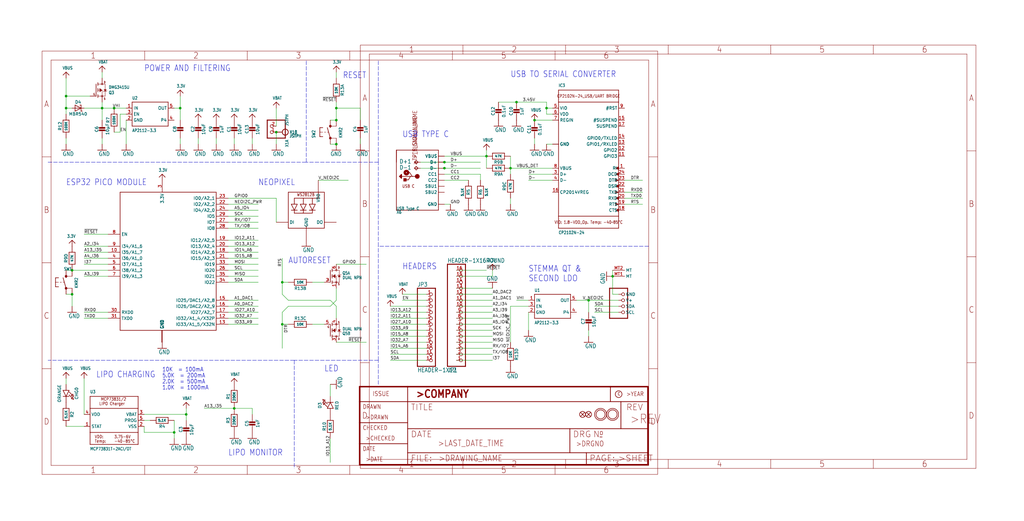
<source format=kicad_sch>
(kicad_sch (version 20211123) (generator eeschema)
  (paper "User" 433.07 220.421)
  (junction (at 226.06 50.8))
  (junction (at 218.44 43.18))
  (junction (at 30.48 124.46))
  (junction (at 119.38 119.38))
  (junction (at 99.06 172.72))
  (junction (at 27.94 40.64))
  (junction (at 142.24 50.8))
  (junction (at 43.18 45.72))
  (junction (at 30.48 114.3))
  (junction (at 116.84 55.88))
  (junction (at 142.24 60.96))
  (junction (at 187.96 71.12))
  (junction (at 48.26 45.72))
  (junction (at 73.66 182.88))
  (junction (at 76.2 45.72))
  (junction (at 248.92 127))
  (junction (at 205.74 66.04))
  (junction (at 231.14 45.72))
  (junction (at 119.38 137.16))
  (junction (at 259.08 116.84))
  (junction (at 27.94 45.72))
  (junction (at 215.9 71.12))
  (junction (at 142.24 45.72))
  (junction (at 78.74 175.26))
  (junction (at 187.96 68.58))
  (wire (pts (xy 30.48 45.72) (xy 27.94 45.72)))
  (wire (pts (xy 139.7 185.42) (xy 139.7 195.58)))
  (wire (pts (xy 193.04 134.62) (xy 208.28 134.62)))
  (wire (pts (xy 193.04 147.32) (xy 208.28 147.32)))
  (wire (pts (xy 96.52 119.38) (xy 109.22 119.38)))
  (wire (pts (xy 142.24 134.62) (xy 142.24 129.54)))
  (wire (pts (xy 119.38 137.16) (xy 119.38 147.32)))
  (wire (pts (xy 215.9 129.54) (xy 215.9 144.78)))
  (wire (pts (xy 53.34 50.8) (xy 53.34 60.96)))
  (wire (pts (xy 190.5 86.36) (xy 187.96 86.36)))
  (wire (pts (xy 96.52 86.36) (xy 109.22 86.36)))
  (wire (pts (xy 205.74 66.04) (xy 205.74 71.12)))
  (wire (pts (xy 233.68 60.96) (xy 231.14 60.96)))
  (wire (pts (xy 119.38 132.08) (xy 119.38 137.16)))
  (wire (pts (xy 48.26 55.88) (xy 50.8 55.88)))
  (wire (pts (xy 233.68 50.8) (xy 226.06 50.8)))
  (wire (pts (xy 223.52 127) (xy 218.44 127)))
  (wire (pts (xy 142.24 30.48) (xy 142.24 33.02)))
  (wire (pts (xy 35.56 116.84) (xy 45.72 116.84)))
  (polyline (pts (xy 160.02 68.58) (xy 129.54 68.58)))
  (wire (pts (xy 152.4 50.8) (xy 152.4 45.72)))
  (wire (pts (xy 60.96 180.34) (xy 60.96 182.88)))
  (wire (pts (xy 27.94 60.96) (xy 27.94 58.42)))
  (wire (pts (xy 43.18 58.42) (xy 43.18 60.96)))
  (wire (pts (xy 271.78 83.82) (xy 264.16 83.82)))
  (wire (pts (xy 259.08 124.46) (xy 259.08 116.84)))
  (wire (pts (xy 215.9 71.12) (xy 215.9 73.66)))
  (wire (pts (xy 226.06 58.42) (xy 226.06 60.96)))
  (wire (pts (xy 96.52 88.9) (xy 109.22 88.9)))
  (polyline (pts (xy 129.54 68.58) (xy 129.54 25.4)))
  (wire (pts (xy 43.18 30.48) (xy 43.18 33.02)))
  (polyline (pts (xy 124.46 152.4) (xy 20.32 152.4)))
  (wire (pts (xy 50.8 48.26) (xy 53.34 48.26)))
  (wire (pts (xy 83.82 58.42) (xy 83.82 60.96)))
  (wire (pts (xy 187.96 76.2) (xy 198.12 76.2)))
  (wire (pts (xy 96.52 104.14) (xy 109.22 104.14)))
  (wire (pts (xy 45.72 132.08) (xy 35.56 132.08)))
  (wire (pts (xy 264.16 76.2) (xy 271.78 76.2)))
  (wire (pts (xy 30.48 124.46) (xy 30.48 129.54)))
  (wire (pts (xy 96.52 109.22) (xy 109.22 109.22)))
  (wire (pts (xy 96.52 127) (xy 109.22 127)))
  (wire (pts (xy 142.24 50.8) (xy 139.7 50.8)))
  (wire (pts (xy 215.9 66.04) (xy 215.9 71.12)))
  (polyline (pts (xy 274.32 104.14) (xy 160.02 104.14)))
  (wire (pts (xy 76.2 50.8) (xy 76.2 45.72)))
  (wire (pts (xy 35.56 134.62) (xy 45.72 134.62)))
  (wire (pts (xy 180.34 147.32) (xy 165.1 147.32)))
  (wire (pts (xy 45.72 114.3) (xy 30.48 114.3)))
  (wire (pts (xy 99.06 172.72) (xy 106.68 172.72)))
  (wire (pts (xy 165.1 152.4) (xy 180.34 152.4)))
  (wire (pts (xy 96.52 134.62) (xy 109.22 134.62)))
  (wire (pts (xy 165.1 142.24) (xy 180.34 142.24)))
  (wire (pts (xy 205.74 66.04) (xy 205.74 63.5)))
  (wire (pts (xy 248.92 132.08) (xy 248.92 127)))
  (wire (pts (xy 27.94 124.46) (xy 30.48 124.46)))
  (wire (pts (xy 121.92 129.54) (xy 119.38 132.08)))
  (wire (pts (xy 248.92 139.7) (xy 248.92 142.24)))
  (wire (pts (xy 78.74 175.26) (xy 78.74 172.72)))
  (wire (pts (xy 76.2 45.72) (xy 76.2 40.64)))
  (wire (pts (xy 27.94 45.72) (xy 27.94 40.64)))
  (wire (pts (xy 45.72 109.22) (xy 35.56 109.22)))
  (wire (pts (xy 205.74 66.04) (xy 187.96 66.04)))
  (wire (pts (xy 73.66 177.8) (xy 73.66 182.88)))
  (wire (pts (xy 139.7 167.64) (xy 139.7 162.56)))
  (polyline (pts (xy 160.02 162.56) (xy 160.02 152.4)))
  (wire (pts (xy 208.28 114.3) (xy 208.28 116.84)))
  (wire (pts (xy 193.04 139.7) (xy 208.28 139.7)))
  (wire (pts (xy 218.44 43.18) (xy 210.82 43.18)))
  (wire (pts (xy 99.06 172.72) (xy 86.36 172.72)))
  (wire (pts (xy 193.04 127) (xy 208.28 127)))
  (wire (pts (xy 264.16 81.28) (xy 271.78 81.28)))
  (wire (pts (xy 251.46 132.08) (xy 261.62 132.08)))
  (wire (pts (xy 60.96 175.26) (xy 78.74 175.26)))
  (wire (pts (xy 132.08 119.38) (xy 137.16 119.38)))
  (wire (pts (xy 53.34 45.72) (xy 48.26 45.72)))
  (wire (pts (xy 96.52 132.08) (xy 109.22 132.08)))
  (wire (pts (xy 193.04 137.16) (xy 208.28 137.16)))
  (wire (pts (xy 165.1 144.78) (xy 180.34 144.78)))
  (wire (pts (xy 96.52 101.6) (xy 109.22 101.6)))
  (wire (pts (xy 35.56 175.26) (xy 35.56 160.02)))
  (wire (pts (xy 170.18 127) (xy 180.34 127)))
  (wire (pts (xy 180.34 132.08) (xy 165.1 132.08)))
  (wire (pts (xy 96.52 106.68) (xy 109.22 106.68)))
  (wire (pts (xy 35.56 104.14) (xy 45.72 104.14)))
  (wire (pts (xy 139.7 129.54) (xy 121.92 129.54)))
  (wire (pts (xy 233.68 45.72) (xy 231.14 45.72)))
  (wire (pts (xy 50.8 55.88) (xy 50.8 48.26)))
  (wire (pts (xy 96.52 129.54) (xy 109.22 129.54)))
  (wire (pts (xy 231.14 45.72) (xy 231.14 48.26)))
  (wire (pts (xy 116.84 45.72) (xy 116.84 53.34)))
  (wire (pts (xy 109.22 96.52) (xy 96.52 96.52)))
  (wire (pts (xy 119.38 109.22) (xy 119.38 119.38)))
  (wire (pts (xy 35.56 106.68) (xy 45.72 106.68)))
  (wire (pts (xy 96.52 83.82) (xy 116.84 83.82)))
  (wire (pts (xy 152.4 60.96) (xy 152.4 58.42)))
  (wire (pts (xy 121.92 127) (xy 119.38 124.46)))
  (wire (pts (xy 134.62 76.2) (xy 147.32 76.2)))
  (polyline (pts (xy 124.46 152.4) (xy 124.46 198.12)))
  (wire (pts (xy 91.44 60.96) (xy 91.44 58.42)))
  (wire (pts (xy 259.08 116.84) (xy 259.08 114.3)))
  (wire (pts (xy 142.24 43.18) (xy 142.24 45.72)))
  (wire (pts (xy 27.94 180.34) (xy 35.56 180.34)))
  (wire (pts (xy 208.28 116.84) (xy 193.04 116.84)))
  (wire (pts (xy 208.28 132.08) (xy 193.04 132.08)))
  (wire (pts (xy 165.1 139.7) (xy 180.34 139.7)))
  (polyline (pts (xy 160.02 68.58) (xy 160.02 25.4)))
  (wire (pts (xy 99.06 60.96) (xy 99.06 58.42)))
  (wire (pts (xy 203.2 71.12) (xy 187.96 71.12)))
  (wire (pts (xy 116.84 60.96) (xy 116.84 55.88)))
  (wire (pts (xy 154.94 144.78) (xy 142.24 144.78)))
  (wire (pts (xy 45.72 111.76) (xy 35.56 111.76)))
  (wire (pts (xy 73.66 182.88) (xy 73.66 185.42)))
  (wire (pts (xy 43.18 43.18) (xy 43.18 45.72)))
  (wire (pts (xy 231.14 43.18) (xy 231.14 45.72)))
  (wire (pts (xy 60.96 177.8) (xy 63.5 177.8)))
  (wire (pts (xy 96.52 114.3) (xy 109.22 114.3)))
  (wire (pts (xy 187.96 68.58) (xy 177.8 68.58)))
  (polyline (pts (xy 160.02 104.14) (xy 160.02 68.58)))
  (wire (pts (xy 233.68 48.26) (xy 231.14 48.26)))
  (wire (pts (xy 203.2 68.58) (xy 187.96 68.58)))
  (wire (pts (xy 109.22 111.76) (xy 96.52 111.76)))
  (wire (pts (xy 96.52 91.44) (xy 109.22 91.44)))
  (wire (pts (xy 193.04 124.46) (xy 208.28 124.46)))
  (wire (pts (xy 96.52 93.98) (xy 109.22 93.98)))
  (wire (pts (xy 170.18 124.46) (xy 180.34 124.46)))
  (wire (pts (xy 116.84 93.98) (xy 116.84 83.82)))
  (wire (pts (xy 119.38 137.16) (xy 121.92 137.16)))
  (wire (pts (xy 106.68 60.96) (xy 106.68 58.42)))
  (wire (pts (xy 259.08 124.46) (xy 261.62 124.46)))
  (polyline (pts (xy 20.32 68.58) (xy 129.54 68.58)))
  (wire (pts (xy 261.62 127) (xy 248.92 127)))
  (wire (pts (xy 35.56 45.72) (xy 43.18 45.72)))
  (polyline (pts (xy 160.02 152.4) (xy 124.46 152.4)))
  (wire (pts (xy 43.18 45.72) (xy 43.18 50.8)))
  (wire (pts (xy 223.52 76.2) (xy 233.68 76.2)))
  (wire (pts (xy 208.28 149.86) (xy 193.04 149.86)))
  (wire (pts (xy 223.52 73.66) (xy 233.68 73.66)))
  (wire (pts (xy 180.34 149.86) (xy 165.1 149.86)))
  (wire (pts (xy 218.44 43.18) (xy 231.14 43.18)))
  (wire (pts (xy 193.04 142.24) (xy 208.28 142.24)))
  (wire (pts (xy 78.74 177.8) (xy 78.74 175.26)))
  (wire (pts (xy 96.52 137.16) (xy 109.22 137.16)))
  (wire (pts (xy 73.66 45.72) (xy 76.2 45.72)))
  (wire (pts (xy 165.1 134.62) (xy 180.34 134.62)))
  (wire (pts (xy 139.7 60.96) (xy 142.24 60.96)))
  (wire (pts (xy 27.94 160.02) (xy 27.94 162.56)))
  (wire (pts (xy 193.04 114.3) (xy 205.74 114.3)))
  (wire (pts (xy 137.16 137.16) (xy 132.08 137.16)))
  (wire (pts (xy 193.04 152.4) (xy 208.28 152.4)))
  (wire (pts (xy 142.24 129.54) (xy 139.7 127)))
  (wire (pts (xy 180.34 137.16) (xy 165.1 137.16)))
  (wire (pts (xy 60.96 182.88) (xy 73.66 182.88)))
  (wire (pts (xy 233.68 71.12) (xy 215.9 71.12)))
  (wire (pts (xy 193.04 129.54) (xy 208.28 129.54)))
  (wire (pts (xy 223.52 129.54) (xy 215.9 129.54)))
  (wire (pts (xy 30.48 114.3) (xy 27.94 114.3)))
  (wire (pts (xy 271.78 86.36) (xy 264.16 86.36)))
  (wire (pts (xy 76.2 58.42) (xy 76.2 60.96)))
  (wire (pts (xy 106.68 172.72) (xy 106.68 175.26)))
  (wire (pts (xy 119.38 119.38) (xy 121.92 119.38)))
  (wire (pts (xy 38.1 40.64) (xy 27.94 40.64)))
  (wire (pts (xy 187.96 73.66) (xy 203.2 73.66)))
  (wire (pts (xy 27.94 48.26) (xy 27.94 45.72)))
  (wire (pts (xy 203.2 73.66) (xy 203.2 76.2)))
  (wire (pts (xy 223.52 132.08) (xy 223.52 139.7)))
  (wire (pts (xy 119.38 124.46) (xy 119.38 119.38)))
  (wire (pts (xy 193.04 121.92) (xy 208.28 121.92)))
  (wire (pts (xy 45.72 99.06) (xy 35.56 99.06)))
  (wire (pts (xy 208.28 144.78) (xy 193.04 144.78)))
  (wire (pts (xy 215.9 86.36) (xy 215.9 83.82)))
  (wire (pts (xy 142.24 121.92) (xy 142.24 127)))
  (wire (pts (xy 187.96 71.12) (xy 177.8 71.12)))
  (wire (pts (xy 243.84 127) (xy 248.92 127)))
  (wire (pts (xy 48.26 45.72) (xy 43.18 45.72)))
  (polyline (pts (xy 160.02 152.4) (xy 160.02 104.14)))
  (wire (pts (xy 180.34 129.54) (xy 165.1 129.54)))
  (wire (pts (xy 261.62 129.54) (xy 251.46 129.54)))
  (wire (pts (xy 142.24 111.76) (xy 154.94 111.76)))
  (wire (pts (xy 142.24 45.72) (xy 152.4 45.72)))
  (wire (pts (xy 96.52 116.84) (xy 109.22 116.84)))
  (wire (pts (xy 142.24 127) (xy 139.7 129.54)))
  (wire (pts (xy 142.24 45.72) (xy 142.24 50.8)))
  (wire (pts (xy 139.7 127) (xy 121.92 127)))
  (wire (pts (xy 27.94 40.64) (xy 27.94 33.02)))
  (text "LIPO MONITOR" (at 96.52 193.04 180) (effects (font (size 2.54 2.159)) (justify left bottom)))
  (text "LIPO CHARGING" (at 40.64 160.02 180) (effects (font (size 2.54 2.159)) (justify left bottom)))
  (text "LED" (at 137.16 157.48 180) (effects (font (size 2.54 2.159)) (justify left bottom)))
  (text "2.0K  = 500mA" (at 68.58 162.56 180) (effects (font (size 1.778 1.5113)) (justify left bottom)))
  (text "USB TYPE C" (at 170.18 58.42 180) (effects (font (size 2.54 2.159)) (justify left bottom)))
  (text "HEADERS" (at 170.18 114.3 180) (effects (font (size 2.54 2.159)) (justify left bottom)))
  (text "5.0K  = 200mA" (at 68.58 160.02 180) (effects (font (size 1.778 1.5113)) (justify left bottom)))
  (text "USB TO SERIAL CONVERTER" (at 215.9 33.02 180) (effects (font (size 2.54 2.159)) (justify left bottom)))
  (text "STEMMA QT &\nSECOND LDO" (at 223.52 119.38 180) (effects (font (size 2.54 2.159)) (justify left bottom)))
  (text "10K  = 100mA" (at 68.58 157.48 180) (effects (font (size 1.778 1.5113)) (justify left bottom)))
  (text "RESET" (at 154.94 30.48 180) (effects (font (size 2.54 2.159)) (justify right top)))
  (text "NEOPIXEL" (at 109.22 78.74 180) (effects (font (size 2.54 2.159)) (justify left bottom)))
  (text "AUTORESET" (at 121.92 111.76 180) (effects (font (size 2.54 2.159)) (justify left bottom)))
  (text "POWER AND FILTERING" (at 60.96 30.48 180) (effects (font (size 2.54 2.159)) (justify left bottom)))
  (text "ESP32 PICO MODULE" (at 27.94 78.74 180) (effects (font (size 2.54 2.159)) (justify left bottom)))
  (text "1.0K  = 1000mA" (at 68.58 165.1 180) (effects (font (size 1.778 1.5113)) (justify left bottom)))
  (label "IO13_A12" (at 165.1 132.08 0) (effects (font (size 1.2446 1.2446))))
  (label "A13_I35" (at 86.36 172.72 0) (effects (font (size 1.2446 1.2446))))
  (label "~{RESET}" (at 142.24 43.18 180) (effects (font (size 1.2446 1.2446))))
  (label "A0_DAC2" (at 208.28 124.46 0) (effects (font (size 1.2446 1.2446))))
  (label "DTR" (at 121.92 137.16 270) (effects (font (size 1.2446 1.2446))))
  (label "MISO" (at 99.06 116.84 0) (effects (font (size 1.2446 1.2446))))
  (label "A1_DAC1" (at 208.28 127 0) (effects (font (size 1.2446 1.2446))))
  (label "RTS" (at 266.7 86.36 0) (effects (font (size 1.2446 1.2446))))
  (label "IO14_A6" (at 165.1 147.32 0) (effects (font (size 1.2446 1.2446))))
  (label "IO27_A10" (at 99.06 132.08 0) (effects (font (size 1.2446 1.2446))))
  (label "IO12_A11" (at 99.06 101.6 0) (effects (font (size 1.2446 1.2446))))
  (label "SCL" (at 251.46 132.08 0) (effects (font (size 1.2446 1.2446))))
  (label "EN" (at 50.8 55.88 0) (effects (font (size 1.2446 1.2446))))
  (label "RX/IO7" (at 99.06 93.98 0) (effects (font (size 1.2446 1.2446))))
  (label "VHI" (at 218.44 127 0) (effects (font (size 1.2446 1.2446))))
  (label "A5_IO4" (at 208.28 137.16 0) (effects (font (size 1.2446 1.2446))))
  (label "A13_I35" (at 35.56 106.68 0) (effects (font (size 1.2446 1.2446))))
  (label "A3_I39" (at 35.56 116.84 0) (effects (font (size 1.2446 1.2446))))
  (label "~{RESET}" (at 147.32 144.78 0) (effects (font (size 1.2446 1.2446))))
  (label "A4_I36" (at 208.28 134.62 0) (effects (font (size 1.2446 1.2446))))
  (label "IO13_A12" (at 139.7 193.04 90) (effects (font (size 1.2446 1.2446))))
  (label "MOSI" (at 208.28 142.24 0) (effects (font (size 1.2446 1.2446))))
  (label "GPIO0" (at 144.78 111.76 0) (effects (font (size 1.2446 1.2446))))
  (label "~{RESET}" (at 35.56 99.06 0) (effects (font (size 1.2446 1.2446))))
  (label "SCL" (at 99.06 114.3 0) (effects (font (size 1.2446 1.2446))))
  (label "GND" (at 190.5 86.36 0) (effects (font (size 1.2446 1.2446))))
  (label "VHI" (at 50.8 45.72 180) (effects (font (size 1.2446 1.2446))))
  (label "TX/IO8" (at 99.06 96.52 0) (effects (font (size 1.2446 1.2446))))
  (label "SCK" (at 99.06 91.44 0) (effects (font (size 1.2446 1.2446))))
  (label "RXD0" (at 266.7 81.28 0) (effects (font (size 1.2446 1.2446))))
  (label "D-" (at 190.5 71.12 0) (effects (font (size 1.2446 1.2446))))
  (label "SCL" (at 165.1 149.86 0) (effects (font (size 1.2446 1.2446))))
  (label "EN" (at 170.18 127 0) (effects (font (size 1.2446 1.2446))))
  (label "GPIO0" (at 99.06 83.82 0) (effects (font (size 1.2446 1.2446))))
  (label "IO15_A8" (at 99.06 109.22 0) (effects (font (size 1.2446 1.2446))))
  (label "IO14_A6" (at 99.06 106.68 0) (effects (font (size 1.2446 1.2446))))
  (label "A2_I34" (at 208.28 129.54 0) (effects (font (size 1.2446 1.2446))))
  (label "~{RESET}" (at 205.74 114.3 0) (effects (font (size 1.2446 1.2446))))
  (label "TXD0" (at 35.56 134.62 0) (effects (font (size 1.2446 1.2446))))
  (label "DTR" (at 266.7 76.2 0) (effects (font (size 1.2446 1.2446))))
  (label "IO13_A12" (at 99.06 104.14 0) (effects (font (size 1.2446 1.2446))))
  (label "D+" (at 223.52 73.66 0) (effects (font (size 1.2446 1.2446))))
  (label "A3_I39" (at 208.28 132.08 0) (effects (font (size 1.2446 1.2446))))
  (label "D+" (at 190.5 68.58 0) (effects (font (size 1.2446 1.2446))))
  (label "SDA" (at 251.46 129.54 0) (effects (font (size 1.2446 1.2446))))
  (label "SDA" (at 165.1 152.4 0) (effects (font (size 1.2446 1.2446))))
  (label "IO32_A7" (at 99.06 134.62 0) (effects (font (size 1.2446 1.2446))))
  (label "TX/IO8" (at 208.28 149.86 0) (effects (font (size 1.2446 1.2446))))
  (label "A2_I34" (at 35.56 104.14 0) (effects (font (size 1.2446 1.2446))))
  (label "CC2" (at 190.5 76.2 0) (effects (font (size 1.2446 1.2446))))
  (label "IO12_A11" (at 165.1 134.62 0) (effects (font (size 1.2446 1.2446))))
  (label "VBUS" (at 190.5 66.04 0) (effects (font (size 1.2446 1.2446))))
  (label "SDA" (at 99.06 119.38 0) (effects (font (size 1.2446 1.2446))))
  (label "NEOI2C_PWR" (at 99.06 86.36 0) (effects (font (size 1.2446 1.2446))))
  (label "IO32_A7" (at 165.1 144.78 0) (effects (font (size 1.2446 1.2446))))
  (label "V_NEOI2C" (at 246.38 127 0) (effects (font (size 1.2446 1.2446))))
  (label "RXD0" (at 35.56 132.08 0) (effects (font (size 1.2446 1.2446))))
  (label "MOSI" (at 99.06 111.76 0) (effects (font (size 1.2446 1.2446))))
  (label "A0_DAC2" (at 99.06 129.54 0) (effects (font (size 1.2446 1.2446))))
  (label "CC1" (at 190.5 73.66 0) (effects (font (size 1.2446 1.2446))))
  (label "VBUS_DET" (at 218.44 71.12 0) (effects (font (size 1.2446 1.2446))))
  (label "RTS" (at 119.38 109.22 270) (effects (font (size 1.2446 1.2446))))
  (label "NEOI2C_PWR" (at 215.9 144.78 90) (effects (font (size 1.2446 1.2446))))
  (label "RX/IO7" (at 208.28 147.32 0) (effects (font (size 1.2446 1.2446))))
  (label "D-" (at 223.52 76.2 0) (effects (font (size 1.2446 1.2446))))
  (label "IO15_A8" (at 165.1 142.24 0) (effects (font (size 1.2446 1.2446))))
  (label "V_NEOI2C" (at 134.62 76.2 0) (effects (font (size 1.2446 1.2446))))
  (label "A4_I36" (at 35.56 109.22 0) (effects (font (size 1.2446 1.2446))))
  (label "3.45V" (at 220.98 43.18 0) (effects (font (size 1.2446 1.2446))))
  (label "A1_DAC1" (at 99.06 127 0) (effects (font (size 1.2446 1.2446))))
  (label "SCK" (at 208.28 139.7 0) (effects (font (size 1.2446 1.2446))))
  (label "I37" (at 35.56 111.76 0) (effects (font (size 1.2446 1.2446))))
  (label "IO27_A10" (at 165.1 137.16 0) (effects (font (size 1.2446 1.2446))))
  (label "IO33_A9" (at 165.1 139.7 0) (effects (font (size 1.2446 1.2446))))
  (label "TXD0" (at 266.7 83.82 0) (effects (font (size 1.2446 1.2446))))
  (label "I37" (at 208.28 152.4 0) (effects (font (size 1.2446 1.2446))))
  (label "IO33_A9" (at 99.06 137.16 0) (effects (font (size 1.2446 1.2446))))
  (label "A5_IO4" (at 99.06 88.9 0) (effects (font (size 1.2446 1.2446))))
  (label "MISO" (at 208.28 144.78 0) (effects (font (size 1.2446 1.2446))))
  (symbol (lib_id "eagleSchem-eagle-import:3.3V") (at 68.58 73.66 0) (unit 1)
    (property "Reference" "#U$44" (effects hide))
    (property "Value" "3.3V" (at 67.056 72.644 0) (effects (font (size 1.27 1.0795)) (justify left bottom)))
    (property "Footprint" "eagleSchem:" (effects hide))
  )
  (symbol (lib_id "eagleSchem-eagle-import:GND") (at 210.82 53.34 0) (unit 1)
    (property "Reference" "#U$59" (effects hide))
    (property "Value" "GND" (at 209.296 55.88 0) (effects (font (size 1.778 1.5113)) (justify left bottom)))
    (property "Footprint" "eagleSchem:" (effects hide))
  )
  (symbol (lib_id "eagleSchem-eagle-import:CAP_CERAMIC0805-NOOUTLINE") (at 83.82 55.88 0) (unit 1)
    (property "Reference" "C2" (at 81.53 54.63 90))
    (property "Value" "10uF" (at 86.12 54.63 90))
    (property "Footprint" "eagleSchem:0805-NO" (effects hide))
  )
  (symbol (lib_id "eagleSchem-eagle-import:GND") (at 76.2 63.5 0) (unit 1)
    (property "Reference" "#U$29" (effects hide))
    (property "Value" "GND" (at 74.676 66.04 0) (effects (font (size 1.778 1.5113)) (justify left bottom)))
    (property "Footprint" "eagleSchem:" (effects hide))
  )
  (symbol (lib_id "eagleSchem-eagle-import:3.3V") (at 142.24 27.94 0) (unit 1)
    (property "Reference" "#U$5" (effects hide))
    (property "Value" "3.3V" (at 140.716 26.924 0) (effects (font (size 1.27 1.0795)) (justify left bottom)))
    (property "Footprint" "eagleSchem:" (effects hide))
  )
  (symbol (lib_id "eagleSchem-eagle-import:GND") (at 30.48 132.08 0) (unit 1)
    (property "Reference" "#U$23" (effects hide))
    (property "Value" "GND" (at 28.956 134.62 0) (effects (font (size 1.778 1.5113)) (justify left bottom)))
    (property "Footprint" "eagleSchem:" (effects hide))
  )
  (symbol (lib_id "eagleSchem-eagle-import:WS2812B3535") (at 129.54 91.44 0) (unit 1)
    (property "Reference" "LED1" (effects hide))
    (property "Value" "WS2812B3535" (effects hide))
    (property "Footprint" "eagleSchem:LED3535" (effects hide))
  )
  (symbol (lib_id "eagleSchem-eagle-import:RESISTOR_0603_NOOUT") (at 48.26 50.8 90) (unit 1)
    (property "Reference" "R7" (at 45.72 50.8 0))
    (property "Value" "100K" (at 48.26 50.8 0) (effects (font (size 1.016 1.016) bold)))
    (property "Footprint" "eagleSchem:0603-NO" (effects hide))
  )
  (symbol (lib_id "eagleSchem-eagle-import:LED0603_NOOUTLINE") (at 139.7 170.18 90) (unit 1)
    (property "Reference" "D3" (at 135.255 171.45 0))
    (property "Value" "RED" (at 142.494 171.45 0))
    (property "Footprint" "eagleSchem:CHIPLED_0603_NOOUTLINE" (effects hide))
  )
  (symbol (lib_id "eagleSchem-eagle-import:GND") (at 106.68 185.42 0) (unit 1)
    (property "Reference" "#U$26" (effects hide))
    (property "Value" "GND" (at 105.156 187.96 0) (effects (font (size 1.778 1.5113)) (justify left bottom)))
    (property "Footprint" "eagleSchem:" (effects hide))
  )
  (symbol (lib_id "eagleSchem-eagle-import:VBUS") (at 27.94 157.48 0) (unit 1)
    (property "Reference" "#U$38" (effects hide))
    (property "Value" "VBUS" (at 26.416 156.464 0) (effects (font (size 1.27 1.0795)) (justify left bottom)))
    (property "Footprint" "eagleSchem:" (effects hide))
  )
  (symbol (lib_id "eagleSchem-eagle-import:CAP_CERAMIC0603_NO") (at 152.4 55.88 0) (unit 1)
    (property "Reference" "C4" (at 150.11 54.63 90))
    (property "Value" "1uF" (at 154.7 54.63 90))
    (property "Footprint" "eagleSchem:0603-NO" (effects hide))
  )
  (symbol (lib_id "eagleSchem-eagle-import:GND") (at 218.44 53.34 0) (unit 1)
    (property "Reference" "#U$54" (effects hide))
    (property "Value" "GND" (at 216.916 55.88 0) (effects (font (size 1.778 1.5113)) (justify left bottom)))
    (property "Footprint" "eagleSchem:" (effects hide))
  )
  (symbol (lib_id "eagleSchem-eagle-import:3.3V") (at 76.2 38.1 0) (unit 1)
    (property "Reference" "#U$10" (effects hide))
    (property "Value" "3.3V" (at 74.676 37.084 0) (effects (font (size 1.27 1.0795)) (justify left bottom)))
    (property "Footprint" "eagleSchem:" (effects hide))
  )
  (symbol (lib_id "eagleSchem-eagle-import:RESISTOR_0603_NOOUT") (at 68.58 177.8 180) (unit 1)
    (property "Reference" "R4" (at 68.58 180.34 0))
    (property "Value" "5.1K" (at 68.58 177.8 0) (effects (font (size 1.016 1.016) bold)))
    (property "Footprint" "eagleSchem:0603-NO" (effects hide))
  )
  (symbol (lib_id "eagleSchem-eagle-import:GND") (at 78.74 187.96 0) (unit 1)
    (property "Reference" "#U$33" (effects hide))
    (property "Value" "GND" (at 77.216 190.5 0) (effects (font (size 1.778 1.5113)) (justify left bottom)))
    (property "Footprint" "eagleSchem:" (effects hide))
  )
  (symbol (lib_id "eagleSchem-eagle-import:RESISTOR_0603_NOOUT") (at 198.12 81.28 90) (unit 1)
    (property "Reference" "R5" (at 198.12 81.28 0))
    (property "Value" "5.1K" (at 195.58 81.28 0) (effects (font (size 1.016 1.016) bold)))
    (property "Footprint" "eagleSchem:0603-NO" (effects hide))
  )
  (symbol (lib_id "eagleSchem-eagle-import:GND") (at 226.06 63.5 0) (unit 1)
    (property "Reference" "#U$58" (effects hide))
    (property "Value" "GND" (at 224.536 66.04 0) (effects (font (size 1.778 1.5113)) (justify left bottom)))
    (property "Footprint" "eagleSchem:" (effects hide))
  )
  (symbol (lib_id "eagleSchem-eagle-import:GND") (at 142.24 162.56 90) (unit 1)
    (property "Reference" "#U$8" (effects hide))
    (property "Value" "GND" (at 144.78 164.084 0) (effects (font (size 1.778 1.5113)) (justify left bottom)))
    (property "Footprint" "eagleSchem:" (effects hide))
  )
  (symbol (lib_id "eagleSchem-eagle-import:VBUS") (at 226.06 48.26 0) (unit 1)
    (property "Reference" "#U$53" (effects hide))
    (property "Value" "VBUS" (at 224.536 47.244 0) (effects (font (size 1.27 1.0795)) (justify left bottom)))
    (property "Footprint" "eagleSchem:" (effects hide))
  )
  (symbol (lib_id "eagleSchem-eagle-import:RESISTOR_0603_NOOUT") (at 99.06 177.8 90) (unit 1)
    (property "Reference" "R3" (at 96.52 177.8 0))
    (property "Value" "200K" (at 99.06 177.8 0) (effects (font (size 1.016 1.016) bold)))
    (property "Footprint" "eagleSchem:0603-NO" (effects hide))
  )
  (symbol (lib_id "eagleSchem-eagle-import:MOUNTINGHOLE2.5") (at 254 175.26 0) (unit 1)
    (property "Reference" "U$31" (effects hide))
    (property "Value" "MOUNTINGHOLE2.5" (effects hide))
    (property "Footprint" "eagleSchem:MOUNTINGHOLE_2.5_PLATED" (effects hide))
  )
  (symbol (lib_id "eagleSchem-eagle-import:VBAT") (at 43.18 27.94 0) (unit 1)
    (property "Reference" "#U$21" (effects hide))
    (property "Value" "VBAT" (at 41.656 26.924 0) (effects (font (size 1.27 1.0795)) (justify left bottom)))
    (property "Footprint" "eagleSchem:" (effects hide))
  )
  (symbol (lib_id "eagleSchem-eagle-import:LED0603_NOOUTLINE") (at 27.94 167.64 270) (unit 1)
    (property "Reference" "CHG0" (at 32.385 166.37 0))
    (property "Value" "ORANGE" (at 25.146 166.37 0))
    (property "Footprint" "eagleSchem:CHIPLED_0603_NOOUTLINE" (effects hide))
  )
  (symbol (lib_id "eagleSchem-eagle-import:FIDUCIAL_1MM") (at 248.92 175.26 0) (unit 1)
    (property "Reference" "U$34" (effects hide))
    (property "Value" "FIDUCIAL_1MM" (effects hide))
    (property "Footprint" "eagleSchem:FIDUCIAL_1MM" (effects hide))
  )
  (symbol (lib_id "eagleSchem-eagle-import:CAP_CERAMIC0603_NO") (at 210.82 48.26 0) (unit 1)
    (property "Reference" "C12" (at 208.53 47.01 90))
    (property "Value" "0.1uF" (at 213.12 47.01 90))
    (property "Footprint" "eagleSchem:0603-NO" (effects hide))
  )
  (symbol (lib_id "eagleSchem-eagle-import:GND") (at 208.28 119.38 0) (mirror x) (unit 1)
    (property "Reference" "#GND4" (effects hide))
    (property "Value" "GND" (at 205.74 116.84 0) (effects (font (size 1.778 1.5113)) (justify left bottom)))
    (property "Footprint" "eagleSchem:" (effects hide))
  )
  (symbol (lib_id "eagleSchem-eagle-import:GND") (at 198.12 88.9 0) (unit 1)
    (property "Reference" "#U$48" (effects hide))
    (property "Value" "GND" (at 196.596 91.44 0) (effects (font (size 1.778 1.5113)) (justify left bottom)))
    (property "Footprint" "eagleSchem:" (effects hide))
  )
  (symbol (lib_id "eagleSchem-eagle-import:GND") (at 43.18 63.5 0) (unit 1)
    (property "Reference" "#U$27" (effects hide))
    (property "Value" "GND" (at 41.656 66.04 0) (effects (font (size 1.778 1.5113)) (justify left bottom)))
    (property "Footprint" "eagleSchem:" (effects hide))
  )
  (symbol (lib_id "eagleSchem-eagle-import:CAP_CERAMIC0805-NOOUTLINE") (at 248.92 137.16 0) (unit 1)
    (property "Reference" "C7" (at 246.63 135.91 90))
    (property "Value" "10µF" (at 251.22 135.91 90))
    (property "Footprint" "eagleSchem:0805-NO" (effects hide))
  )
  (symbol (lib_id "eagleSchem-eagle-import:GND") (at 73.66 187.96 0) (unit 1)
    (property "Reference" "#U$36" (effects hide))
    (property "Value" "GND" (at 72.136 190.5 0) (effects (font (size 1.778 1.5113)) (justify left bottom)))
    (property "Footprint" "eagleSchem:" (effects hide))
  )
  (symbol (lib_id "eagleSchem-eagle-import:CON_JST_PH_2PIN_MT_BATT") (at 116.84 55.88 270) (unit 3)
    (property "Reference" "X1" (at 122.428 55.88 90) (effects (font (size 1.27 1.0795)) (justify left)))
    (property "Value" "JSTPH" (at 122.428 57.531 90) (effects (font (size 1.27 1.0795)) (justify left)))
    (property "Footprint" "eagleSchem:JSTPH2_BATT" (effects hide))
  )
  (symbol (lib_id "eagleSchem-eagle-import:GND") (at 91.44 63.5 0) (unit 1)
    (property "Reference" "#U$47" (effects hide))
    (property "Value" "GND" (at 89.916 66.04 0) (effects (font (size 1.778 1.5113)) (justify left bottom)))
    (property "Footprint" "eagleSchem:" (effects hide))
  )
  (symbol (lib_id "eagleSchem-eagle-import:GND") (at 53.34 63.5 0) (unit 1)
    (property "Reference" "#U$30" (effects hide))
    (property "Value" "GND" (at 51.816 66.04 0) (effects (font (size 1.778 1.5113)) (justify left bottom)))
    (property "Footprint" "eagleSchem:" (effects hide))
  )
  (symbol (lib_id "eagleSchem-eagle-import:GND") (at 116.84 63.5 0) (unit 1)
    (property "Reference" "#U$22" (effects hide))
    (property "Value" "GND" (at 115.316 66.04 0) (effects (font (size 1.778 1.5113)) (justify left bottom)))
    (property "Footprint" "eagleSchem:" (effects hide))
  )
  (symbol (lib_id "eagleSchem-eagle-import:3.3V") (at 83.82 48.26 0) (unit 1)
    (property "Reference" "#U$24" (effects hide))
    (property "Value" "3.3V" (at 82.296 47.244 0) (effects (font (size 1.27 1.0795)) (justify left bottom)))
    (property "Footprint" "eagleSchem:" (effects hide))
  )
  (symbol (lib_id "eagleSchem-eagle-import:MCP73831{slash}2") (at 48.26 177.8 0) (unit 1)
    (property "Reference" "U3" (at 38.1 166.37 0) (effects (font (size 1.27 1.0795)) (justify left bottom)))
    (property "Value" "MCP73831T-2ACI/OT" (at 38.1 190.5 0) (effects (font (size 1.27 1.0795)) (justify left bottom)))
    (property "Footprint" "eagleSchem:SOT23-5" (effects hide))
  )
  (symbol (lib_id "eagleSchem-eagle-import:CAP_CERAMIC0805-NOOUTLINE") (at 106.68 55.88 0) (unit 1)
    (property "Reference" "C13" (at 104.39 54.63 90))
    (property "Value" "10uF" (at 108.98 54.63 90))
    (property "Footprint" "eagleSchem:0805-NO" (effects hide))
  )
  (symbol (lib_id "eagleSchem-eagle-import:ESP32-PICO-MINI-02MINI") (at 68.58 116.84 0) (unit 1)
    (property "Reference" "X3" (effects hide))
    (property "Value" "ESP32-PICO-MINI-02MINI" (effects hide))
    (property "Footprint" "eagleSchem:ESP32-PICO-MINI" (effects hide))
  )
  (symbol (lib_id "eagleSchem-eagle-import:FIDUCIAL_1MM") (at 246.38 175.26 0) (unit 1)
    (property "Reference" "U$35" (effects hide))
    (property "Value" "FIDUCIAL_1MM" (effects hide))
    (property "Footprint" "eagleSchem:FIDUCIAL_1MM" (effects hide))
  )
  (symbol (lib_id "eagleSchem-eagle-import:SWITCH_TACT_SMT4.6X2.8") (at 139.7 55.88 90) (unit 1)
    (property "Reference" "SW2" (at 133.35 58.42 0) (effects (font (size 1.27 1.0795)) (justify left bottom)))
    (property "Value" "KMR2" (at 144.78 58.42 0) (effects (font (size 1.27 1.0795)) (justify left bottom)))
    (property "Footprint" "eagleSchem:BTN_KMR2_4.6X2.8" (effects hide))
  )
  (symbol (lib_id "eagleSchem-eagle-import:FRAME_A4") (at 152.4 198.12 0) (unit 2)
    (property "Reference" "#FRAME1" (effects hide))
    (property "Value" "FRAME_A4" (effects hide))
    (property "Footprint" "eagleSchem:" (effects hide))
  )
  (symbol (lib_id "eagleSchem-eagle-import:GND") (at 99.06 185.42 0) (unit 1)
    (property "Reference" "#U$41" (effects hide))
    (property "Value" "GND" (at 97.536 187.96 0) (effects (font (size 1.778 1.5113)) (justify left bottom)))
    (property "Footprint" "eagleSchem:" (effects hide))
  )
  (symbol (lib_id "eagleSchem-eagle-import:GND") (at 203.2 88.9 0) (unit 1)
    (property "Reference" "#U$49" (effects hide))
    (property "Value" "GND" (at 201.676 91.44 0) (effects (font (size 1.778 1.5113)) (justify left bottom)))
    (property "Footprint" "eagleSchem:" (effects hide))
  )
  (symbol (lib_id "eagleSchem-eagle-import:MOUNTINGHOLE2.5") (at 259.08 175.26 0) (unit 1)
    (property "Reference" "U$32" (effects hide))
    (property "Value" "MOUNTINGHOLE2.5" (effects hide))
    (property "Footprint" "eagleSchem:MOUNTINGHOLE_2.5_PLATED" (effects hide))
  )
  (symbol (lib_id "eagleSchem-eagle-import:3.3V") (at 99.06 48.26 0) (unit 1)
    (property "Reference" "#U$2" (effects hide))
    (property "Value" "3.3V" (at 97.536 47.244 0) (effects (font (size 1.27 1.0795)) (justify left bottom)))
    (property "Footprint" "eagleSchem:" (effects hide))
  )
  (symbol (lib_id "eagleSchem-eagle-import:RESISTOR_0603_NOOUT") (at 27.94 53.34 90) (unit 1)
    (property "Reference" "R12" (at 25.4 53.34 0))
    (property "Value" "100K" (at 27.94 53.34 0) (effects (font (size 1.016 1.016) bold)))
    (property "Footprint" "eagleSchem:0603-NO" (effects hide))
  )
  (symbol (lib_id "eagleSchem-eagle-import:RESISTOR_0603_NOOUT") (at 99.06 167.64 90) (unit 1)
    (property "Reference" "R1" (at 96.52 167.64 0))
    (property "Value" "200K" (at 99.06 167.64 0) (effects (font (size 1.016 1.016) bold)))
    (property "Footprint" "eagleSchem:0603-NO" (effects hide))
  )
  (symbol (lib_id "eagleSchem-eagle-import:HEADER-1X12") (at 182.88 139.7 0) (unit 1)
    (property "Reference" "JP3" (at 176.53 121.285 0) (effects (font (size 1.778 1.5113)) (justify left bottom)))
    (property "Value" "HEADER-1X12" (at 176.53 157.48 0) (effects (font (size 1.778 1.5113)) (justify left bottom)))
    (property "Footprint" "eagleSchem:1X12_ROUND" (effects hide))
  )
  (symbol (lib_id "eagleSchem-eagle-import:USB_C") (at 177.8 76.2 0) (unit 1)
    (property "Reference" "X6" (at 167.64 90.424 0) (effects (font (size 1.27 1.0795)) (justify left bottom)))
    (property "Value" "USB Type C" (at 167.64 88.9 0) (effects (font (size 1.27 1.0795)) (justify left bottom)))
    (property "Footprint" "eagleSchem:USB_C_CUSB31-CFM2AX-01-X" (effects hide))
  )
  (symbol (lib_id "eagleSchem-eagle-import:GND") (at 223.52 142.24 0) (unit 1)
    (property "Reference" "#U$12" (effects hide))
    (property "Value" "GND" (at 221.996 144.78 0) (effects (font (size 1.778 1.5113)) (justify left bottom)))
    (property "Footprint" "eagleSchem:" (effects hide))
  )
  (symbol (lib_id "eagleSchem-eagle-import:GND") (at 27.94 63.5 0) (unit 1)
    (property "Reference" "#U$25" (effects hide))
    (property "Value" "GND" (at 26.416 66.04 0) (effects (font (size 1.778 1.5113)) (justify left bottom)))
    (property "Footprint" "eagleSchem:" (effects hide))
  )
  (symbol (lib_id "eagleSchem-eagle-import:GND") (at 248.92 144.78 0) (unit 1)
    (property "Reference" "#U$1" (effects hide))
    (property "Value" "GND" (at 247.396 147.32 0) (effects (font (size 1.778 1.5113)) (justify left bottom)))
    (property "Footprint" "eagleSchem:" (effects hide))
  )
  (symbol (lib_id "eagleSchem-eagle-import:MOSFET-N_DUAL") (at 139.7 139.7 0) (mirror x) (unit 2)
    (property "Reference" "Q5" (at 144.78 140.335 0) (effects (font (size 1.27 1.0795)) (justify left bottom)))
    (property "Value" "DUAL NPN" (at 144.78 138.43 0) (effects (font (size 1.27 1.0795)) (justify left bottom)))
    (property "Footprint" "eagleSchem:SOT363" (effects hide))
  )
  (symbol (lib_id "eagleSchem-eagle-import:GND") (at 152.4 63.5 0) (unit 1)
    (property "Reference" "#U$42" (effects hide))
    (property "Value" "GND" (at 150.876 66.04 0) (effects (font (size 1.778 1.5113)) (justify left bottom)))
    (property "Footprint" "eagleSchem:" (effects hide))
  )
  (symbol (lib_id "eagleSchem-eagle-import:3.3V") (at 30.48 101.6 0) (mirror y) (unit 1)
    (property "Reference" "#U$51" (effects hide))
    (property "Value" "3.3V" (at 32.004 100.584 0) (effects (font (size 1.27 1.0795)) (justify left bottom)))
    (property "Footprint" "eagleSchem:" (effects hide))
  )
  (symbol (lib_id "eagleSchem-eagle-import:RESISTOR_4PACK") (at 127 119.38 180) (unit 2)
    (property "Reference" "R13" (at 127 121.92 0))
    (property "Value" "10K" (at 127 119.38 0) (effects (font (size 1.016 1.016) bold)))
    (property "Footprint" "eagleSchem:RESPACK_4X0603" (effects hide))
  )
  (symbol (lib_id "eagleSchem-eagle-import:GND") (at 99.06 63.5 0) (unit 1)
    (property "Reference" "#U$4" (effects hide))
    (property "Value" "GND" (at 97.536 66.04 0) (effects (font (size 1.778 1.5113)) (justify left bottom)))
    (property "Footprint" "eagleSchem:" (effects hide))
  )
  (symbol (lib_id "eagleSchem-eagle-import:STEMMA_I2C_QTRA") (at 259.08 116.84 0) (unit 2)
    (property "Reference" "CONN1" (effects hide))
    (property "Value" "STEMMA_I2C_QTRA" (effects hide))
    (property "Footprint" "eagleSchem:JST_SH4_RA" (effects hide))
  )
  (symbol (lib_id "eagleSchem-eagle-import:VBUS") (at 165.1 127 0) (unit 1)
    (property "Reference" "#U$19" (effects hide))
    (property "Value" "VBUS" (at 163.576 125.984 0) (effects (font (size 1.27 1.0795)) (justify left bottom)))
    (property "Footprint" "eagleSchem:" (effects hide))
  )
  (symbol (lib_id "eagleSchem-eagle-import:GND") (at 256.54 116.84 270) (unit 1)
    (property "Reference" "#U$46" (effects hide))
    (property "Value" "GND" (at 254 115.316 0) (effects (font (size 1.778 1.5113)) (justify left bottom)))
    (property "Footprint" "eagleSchem:" (effects hide))
  )
  (symbol (lib_id "eagleSchem-eagle-import:RESISTOR_0603_NOOUT") (at 203.2 81.28 90) (unit 1)
    (property "Reference" "R6" (at 203.2 81.28 0))
    (property "Value" "5.1K" (at 205.74 81.28 0) (effects (font (size 1.016 1.016) bold)))
    (property "Footprint" "eagleSchem:0603-NO" (effects hide))
  )
  (symbol (lib_id "eagleSchem-eagle-import:CON_JST_PH_2PIN_MT_BATT") (at 116.84 55.88 270) (unit 2)
    (property "Reference" "X1" (at 122.428 55.88 90) (effects (font (size 1.27 1.0795)) (justify left)))
    (property "Value" "JSTPH" (at 122.428 57.531 90) (effects (font (size 1.27 1.0795)) (justify left)))
    (property "Footprint" "eagleSchem:JSTPH2_BATT" (effects hide))
  )
  (symbol (lib_id "eagleSchem-eagle-import:RESISTOR_4PACK") (at 210.82 71.12 180) (unit 1)
    (property "Reference" "R9" (at 210.82 73.66 0))
    (property "Value" "47K" (at 210.82 71.12 0) (effects (font (size 1.016 1.016) bold)))
    (property "Footprint" "eagleSchem:RESPACK_4X0603" (effects hide))
  )
  (symbol (lib_id "eagleSchem-eagle-import:VBAT") (at 170.18 121.92 0) (unit 1)
    (property "Reference" "#U$20" (effects hide))
    (property "Value" "VBAT" (at 168.656 120.904 0) (effects (font (size 1.27 1.0795)) (justify left bottom)))
    (property "Footprint" "eagleSchem:" (effects hide))
  )
  (symbol (lib_id "eagleSchem-eagle-import:HEADER-1X16ROUND") (at 195.58 134.62 0) (mirror x) (unit 1)
    (property "Reference" "JP1" (at 189.23 155.575 0) (effects (font (size 1.778 1.5113)) (justify left bottom)))
    (property "Value" "HEADER-1X16ROUND" (at 189.23 109.22 0) (effects (font (size 1.778 1.5113)) (justify left bottom)))
    (property "Footprint" "eagleSchem:1X16_ROUND" (effects hide))
  )
  (symbol (lib_id "eagleSchem-eagle-import:CAP_CERAMIC0603_NO") (at 106.68 180.34 0) (unit 1)
    (property "Reference" "C5" (at 104.39 179.09 90))
    (property "Value" "1uF" (at 108.98 179.09 90))
    (property "Footprint" "eagleSchem:0603-NO" (effects hide))
  )
  (symbol (lib_id "eagleSchem-eagle-import:GND") (at 129.54 104.14 0) (unit 1)
    (property "Reference" "#U$37" (effects hide))
    (property "Value" "GND" (at 128.016 106.68 0) (effects (font (size 1.778 1.5113)) (justify left bottom)))
    (property "Footprint" "eagleSchem:" (effects hide))
  )
  (symbol (lib_id "eagleSchem-eagle-import:GND") (at 190.5 88.9 0) (unit 1)
    (property "Reference" "#U$50" (effects hide))
    (property "Value" "GND" (at 188.976 91.44 0) (effects (font (size 1.778 1.5113)) (justify left bottom)))
    (property "Footprint" "eagleSchem:" (effects hide))
  )
  (symbol (lib_id "eagleSchem-eagle-import:RESISTOR_4PACK") (at 215.9 149.86 270) (unit 4)
    (property "Reference" "R13" (at 218.44 149.86 0))
    (property "Value" "10K" (at 215.9 149.86 0) (effects (font (size 1.016 1.016) bold)))
    (property "Footprint" "eagleSchem:RESPACK_4X0603" (effects hide))
  )
  (symbol (lib_id "eagleSchem-eagle-import:FRAME_A4") (at 17.78 200.66 0) (unit 1)
    (property "Reference" "#FRAME1" (effects hide))
    (property "Value" "FRAME_A4" (effects hide))
    (property "Footprint" "eagleSchem:" (effects hide))
  )
  (symbol (lib_id "eagleSchem-eagle-import:RESISTOR_4PACK") (at 127 137.16 0) (unit 3)
    (property "Reference" "R13" (at 127 134.62 0))
    (property "Value" "10K" (at 127 137.16 0) (effects (font (size 1.016 1.016) bold)))
    (property "Footprint" "eagleSchem:RESPACK_4X0603" (effects hide))
  )
  (symbol (lib_id "eagleSchem-eagle-import:RESISTOR_4PACK") (at 142.24 38.1 270) (unit 1)
    (property "Reference" "R13" (at 144.78 38.1 0))
    (property "Value" "10K" (at 142.24 38.1 0) (effects (font (size 1.016 1.016) bold)))
    (property "Footprint" "eagleSchem:RESPACK_4X0603" (effects hide))
  )
  (symbol (lib_id "eagleSchem-eagle-import:GND") (at 106.68 63.5 0) (unit 1)
    (property "Reference" "#U$56" (effects hide))
    (property "Value" "GND" (at 105.156 66.04 0) (effects (font (size 1.778 1.5113)) (justify left bottom)))
    (property "Footprint" "eagleSchem:" (effects hide))
  )
  (symbol (lib_id "eagleSchem-eagle-import:RESISTOR_4PACK") (at 215.9 78.74 90) (unit 3)
    (property "Reference" "R9" (at 213.36 78.74 0))
    (property "Value" "47K" (at 215.9 78.74 0) (effects (font (size 1.016 1.016) bold)))
    (property "Footprint" "eagleSchem:RESPACK_4X0603" (effects hide))
  )
  (symbol (lib_id "eagleSchem-eagle-import:RESISTOR_4PACK") (at 30.48 109.22 90) (unit 4)
    (property "Reference" "R9" (at 27.94 109.22 0))
    (property "Value" "47K" (at 30.48 109.22 0) (effects (font (size 1.016 1.016) bold)))
    (property "Footprint" "eagleSchem:RESPACK_4X0603" (effects hide))
  )
  (symbol (lib_id "eagleSchem-eagle-import:VBAT") (at 78.74 170.18 0) (unit 1)
    (property "Reference" "#U$39" (effects hide))
    (property "Value" "VBAT" (at 77.216 169.164 0) (effects (font (size 1.27 1.0795)) (justify left bottom)))
    (property "Footprint" "eagleSchem:" (effects hide))
  )
  (symbol (lib_id "eagleSchem-eagle-import:CP2102N-24") (at 248.92 66.04 0) (unit 1)
    (property "Reference" "IC3" (at 236.22 36.83 0) (effects (font (size 1.27 1.0795)) (justify left bottom)))
    (property "Value" "CP2102N-24" (at 236.22 99.06 0) (effects (font (size 1.27 1.0795)) (justify left bottom)))
    (property "Footprint" "eagleSchem:QFN24_4MM_SMSC" (effects hide))
  )
  (symbol (lib_id "eagleSchem-eagle-import:CON_JST_PH_2PIN_MT_BATT") (at 114.3 53.34 180) (unit 1)
    (property "Reference" "X1" (at 120.65 59.055 90) (effects (font (size 1.27 1.0795)) (justify left bottom)))
    (property "Value" "JSTPH" (at 120.65 48.26 90) (effects (font (size 1.27 1.0795)) (justify left bottom)))
    (property "Footprint" "eagleSchem:JSTPH2_BATT" (effects hide))
  )
  (symbol (lib_id "eagleSchem-eagle-import:GND") (at 231.14 63.5 0) (unit 1)
    (property "Reference" "#U$11" (effects hide))
    (property "Value" "GND" (at 229.616 66.04 0) (effects (font (size 1.778 1.5113)) (justify left bottom)))
    (property "Footprint" "eagleSchem:" (effects hide))
  )
  (symbol (lib_id "eagleSchem-eagle-import:GND") (at 68.58 147.32 0) (unit 1)
    (property "Reference" "#U$45" (effects hide))
    (property "Value" "GND" (at 67.056 149.86 0) (effects (font (size 1.778 1.5113)) (justify left bottom)))
    (property "Footprint" "eagleSchem:" (effects hide))
  )
  (symbol (lib_id "eagleSchem-eagle-import:MOSFET-P") (at 43.18 38.1 0) (mirror x) (unit 1)
    (property "Reference" "Q3" (at 45.974 38.481 0) (effects (font (size 1.27 1.0795)) (justify left bottom)))
    (property "Value" "DMG3415U" (at 45.974 36.195 0) (effects (font (size 1.27 1.0795)) (justify left bottom)))
    (property "Footprint" "eagleSchem:SOT23-R" (effects hide))
  )
  (symbol (lib_id "eagleSchem-eagle-import:GND") (at 215.9 157.48 0) (unit 1)
    (property "Reference" "#U$18" (effects hide))
    (property "Value" "GND" (at 214.376 160.02 0) (effects (font (size 1.778 1.5113)) (justify left bottom)))
    (property "Footprint" "eagleSchem:" (effects hide))
  )
  (symbol (lib_id "eagleSchem-eagle-import:CAP_CERAMIC0805-NOOUTLINE") (at 43.18 55.88 0) (unit 1)
    (property "Reference" "C6" (at 40.89 54.63 90))
    (property "Value" "10µF" (at 45.48 54.63 90))
    (property "Footprint" "eagleSchem:0805-NO" (effects hide))
  )
  (symbol (lib_id "eagleSchem-eagle-import:3.3V") (at 106.68 48.26 0) (unit 1)
    (property "Reference" "#U$52" (effects hide))
    (property "Value" "3.3V" (at 105.156 47.244 0) (effects (font (size 1.27 1.0795)) (justify left bottom)))
    (property "Footprint" "eagleSchem:" (effects hide))
  )
  (symbol (lib_id "eagleSchem-eagle-import:MOSFET-N_DUAL") (at 139.7 116.84 0) (unit 1)
    (property "Reference" "Q5" (at 144.78 116.205 0) (effects (font (size 1.27 1.0795)) (justify left bottom)))
    (property "Value" "DUAL NPN" (at 144.78 118.11 0) (effects (font (size 1.27 1.0795)) (justify left bottom)))
    (property "Footprint" "eagleSchem:SOT363" (effects hide))
  )
  (symbol (lib_id "eagleSchem-eagle-import:3.3V") (at 208.28 111.76 0) (mirror y) (unit 1)
    (property "Reference" "#U$6" (effects hide))
    (property "Value" "3.3V" (at 209.804 110.744 0) (effects (font (size 1.27 1.0795)) (justify left bottom)))
    (property "Footprint" "eagleSchem:" (effects hide))
  )
  (symbol (lib_id "eagleSchem-eagle-import:GND") (at 215.9 88.9 0) (unit 1)
    (property "Reference" "#U$60" (effects hide))
    (property "Value" "GND" (at 214.376 91.44 0) (effects (font (size 1.778 1.5113)) (justify left bottom)))
    (property "Footprint" "eagleSchem:" (effects hide))
  )
  (symbol (lib_id "eagleSchem-eagle-import:VREG_SOT23-5") (at 233.68 129.54 0) (unit 1)
    (property "Reference" "U1" (at 226.06 123.444 0) (effects (font (size 1.27 1.0795)) (justify left bottom)))
    (property "Value" "AP2112-3.3" (at 226.06 137.16 0) (effects (font (size 1.27 1.0795)) (justify left bottom)))
    (property "Footprint" "eagleSchem:SOT23-5" (effects hide))
  )
  (symbol (lib_id "eagleSchem-eagle-import:DIODE-SCHOTTKYSOD-123") (at 33.02 45.72 0) (unit 1)
    (property "Reference" "D4" (at 33.02 43.18 0))
    (property "Value" "MBR540" (at 33.02 48.22 0))
    (property "Footprint" "eagleSchem:SOD-123" (effects hide))
  )
  (symbol (lib_id "eagleSchem-eagle-import:VBUS") (at 27.94 30.48 0) (unit 1)
    (property "Reference" "#U$3" (effects hide))
    (property "Value" "VBUS" (at 26.416 29.464 0) (effects (font (size 1.27 1.0795)) (justify left bottom)))
    (property "Footprint" "eagleSchem:" (effects hide))
  )
  (symbol (lib_id "eagleSchem-eagle-import:GND") (at 83.82 63.5 0) (unit 1)
    (property "Reference" "#U$17" (effects hide))
    (property "Value" "GND" (at 82.296 66.04 0) (effects (font (size 1.778 1.5113)) (justify left bottom)))
    (property "Footprint" "eagleSchem:" (effects hide))
  )
  (symbol (lib_id "eagleSchem-eagle-import:CAP_CERAMIC0805-NOOUTLINE") (at 78.74 182.88 0) (unit 1)
    (property "Reference" "C3" (at 76.45 181.63 90))
    (property "Value" "10µF" (at 81.04 181.63 90))
    (property "Footprint" "eagleSchem:0805-NO" (effects hide))
  )
  (symbol (lib_id "eagleSchem-eagle-import:GND") (at 142.24 63.5 0) (unit 1)
    (property "Reference" "#GND6" (effects hide))
    (property "Value" "GND" (at 139.7 66.04 0) (effects (font (size 1.778 1.5113)) (justify left bottom)))
    (property "Footprint" "eagleSchem:" (effects hide))
  )
  (symbol (lib_id "eagleSchem-eagle-import:CAP_CERAMIC0603_NO") (at 218.44 48.26 0) (unit 1)
    (property "Reference" "C10" (at 216.15 47.01 90))
    (property "Value" "1uF" (at 220.74 47.01 90))
    (property "Footprint" "eagleSchem:0603-NO" (effects hide))
  )
  (symbol (lib_id "eagleSchem-eagle-import:VBUS") (at 35.56 157.48 0) (unit 1)
    (property "Reference" "#U$57" (effects hide))
    (property "Value" "VBUS" (at 34.036 156.464 0) (effects (font (size 1.27 1.0795)) (justify left bottom)))
    (property "Footprint" "eagleSchem:" (effects hide))
  )
  (symbol (lib_id "eagleSchem-eagle-import:TPB1,27") (at 175.26 71.12 90) (unit 1)
    (property "Reference" "D-1" (at 173.99 69.85 90) (effects (font (size 1.778 1.5113)) (justify left bottom)))
    (property "Value" "TPB1,27" (effects hide))
    (property "Footprint" "eagleSchem:B1,27" (effects hide))
  )
  (symbol (lib_id "eagleSchem-eagle-import:VBAT") (at 116.84 43.18 0) (unit 1)
    (property "Reference" "#U$16" (effects hide))
    (property "Value" "VBAT" (at 115.316 42.164 0) (effects (font (size 1.27 1.0795)) (justify left bottom)))
    (property "Footprint" "eagleSchem:" (effects hide))
  )
  (symbol (lib_id "eagleSchem-eagle-import:CAP_CERAMIC0805-NOOUTLINE") (at 99.06 55.88 0) (unit 1)
    (property "Reference" "C1" (at 96.77 54.63 90))
    (property "Value" "10uF" (at 101.36 54.63 90))
    (property "Footprint" "eagleSchem:0805-NO" (effects hide))
  )
  (symbol (lib_id "eagleSchem-eagle-import:STEMMA_I2C_QTRA") (at 261.62 129.54 0) (unit 1)
    (property "Reference" "CONN1" (effects hide))
    (property "Value" "STEMMA_I2C_QTRA" (effects hide))
    (property "Footprint" "eagleSchem:JST_SH4_RA" (effects hide))
  )
  (symbol (lib_id "eagleSchem-eagle-import:VREG_SOT23-5") (at 63.5 48.26 0) (unit 1)
    (property "Reference" "U2" (at 55.88 42.164 0) (effects (font (size 1.27 1.0795)) (justify left bottom)))
    (property "Value" "AP2112-3.3" (at 55.88 55.88 0) (effects (font (size 1.27 1.0795)) (justify left bottom)))
    (property "Footprint" "eagleSchem:SOT23-5" (effects hide))
  )
  (symbol (lib_id "eagleSchem-eagle-import:TPB1,27") (at 175.26 68.58 90) (unit 1)
    (property "Reference" "D+1" (at 173.99 67.31 90) (effects (font (size 1.778 1.5113)) (justify left bottom)))
    (property "Value" "TPB1,27" (effects hide))
    (property "Footprint" "eagleSchem:B1,27" (effects hide))
  )
  (symbol (lib_id "eagleSchem-eagle-import:VBUS") (at 205.74 60.96 0) (unit 1)
    (property "Reference" "#U$61" (effects hide))
    (property "Value" "VBUS" (at 204.216 59.944 0) (effects (font (size 1.27 1.0795)) (justify left bottom)))
    (property "Footprint" "eagleSchem:" (effects hide))
  )
  (symbol (lib_id "eagleSchem-eagle-import:CAP_CERAMIC0603_NO") (at 91.44 55.88 0) (unit 1)
    (property "Reference" "C9" (at 89.15 54.63 90))
    (property "Value" "1uF" (at 93.74 54.63 90))
    (property "Footprint" "eagleSchem:0603-NO" (effects hide))
  )
  (symbol (lib_id "eagleSchem-eagle-import:CAP_CERAMIC0805-NOOUTLINE") (at 76.2 55.88 0) (unit 1)
    (property "Reference" "C8" (at 73.91 54.63 90))
    (property "Value" "10µF" (at 78.5 54.63 90))
    (property "Footprint" "eagleSchem:0805-NO" (effects hide))
    (property "Value" "10µF" (effects hide))
  )
  (symbol (lib_id "eagleSchem-eagle-import:RESISTOR_0603_NOOUT") (at 27.94 175.26 270) (unit 1)
    (property "Reference" "R2" (at 30.48 175.26 0))
    (property "Value" "5.1K" (at 27.94 175.26 0) (effects (font (size 1.016 1.016) bold)))
    (property "Footprint" "eagleSchem:0603-NO" (effects hide))
  )
  (symbol (lib_id "eagleSchem-eagle-import:RESISTOR_4PACK") (at 210.82 66.04 180) (unit 2)
    (property "Reference" "R9" (at 210.82 68.58 0))
    (property "Value" "47K" (at 210.82 66.04 0) (effects (font (size 1.016 1.016) bold)))
    (property "Footprint" "eagleSchem:RESPACK_4X0603" (effects hide))
  )
  (symbol (lib_id "eagleSchem-eagle-import:VBAT") (at 99.06 160.02 0) (unit 1)
    (property "Reference" "#U$40" (effects hide))
    (property "Value" "VBAT" (at 97.536 159.004 0) (effects (font (size 1.27 1.0795)) (justify left bottom)))
    (property "Footprint" "eagleSchem:" (effects hide))
  )
  (symbol (lib_id "eagleSchem-eagle-import:CAP_CERAMIC0603_NO") (at 226.06 55.88 0) (unit 1)
    (property "Reference" "C11" (at 223.77 54.63 90))
    (property "Value" "0.1uF" (at 228.36 54.63 90))
    (property "Footprint" "eagleSchem:0603-NO" (effects hide))
  )
  (symbol (lib_id "eagleSchem-eagle-import:STEMMA_I2C_QTRA") (at 259.08 114.3 0) (unit 3)
    (property "Reference" "CONN1" (effects hide))
    (property "Value" "STEMMA_I2C_QTRA" (effects hide))
    (property "Footprint" "eagleSchem:JST_SH4_RA" (effects hide))
  )
  (symbol (lib_id "eagleSchem-eagle-import:RESISTOR_0603_NOOUT") (at 139.7 180.34 90) (unit 1)
    (property "Reference" "R10" (at 137.16 180.34 0))
    (property "Value" "5.1K" (at 139.7 180.34 0) (effects (font (size 1.016 1.016) bold)))
    (property "Footprint" "eagleSchem:0603-NO" (effects hide))
  )
  (symbol (lib_id "eagleSchem-eagle-import:SWITCH_TACT_SMT4.6X2.8") (at 27.94 119.38 90) (unit 1)
    (property "Reference" "SW1" (at 30.48 113.03 90) (effects (font (size 1.27 1.0795)) (justify left bottom)))
    (property "Value" "KMR2" (at 33.02 121.92 0) (effects (font (size 1.27 1.0795)) (justify left bottom)))
    (property "Footprint" "eagleSchem:BTN_KMR2_4.6X2.8" (effects hide))
  )
  (symbol (lib_id "eagleSchem-eagle-import:3.3V") (at 91.44 48.26 0) (unit 1)
    (property "Reference" "#U$28" (effects hide))
    (property "Value" "3.3V" (at 89.916 47.244 0) (effects (font (size 1.27 1.0795)) (justify left bottom)))
    (property "Footprint" "eagleSchem:" (effects hide))
  )
)
</source>
